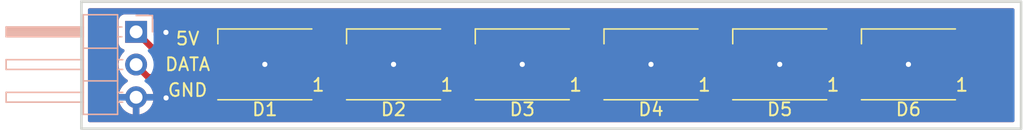
<source format=kicad_pcb>
(kicad_pcb (version 20211014) (generator pcbnew)
  (layers (0 "F.Cu" signal) (31 "B.Cu" signal) (34 "B.Paste" user) (35 "F.Paste" user) (36 "B.SilkS" user "B.Silkscreen") (37 "F.SilkS" user "F.Silkscreen") (38 "B.Mask" user) (39 "F.Mask" user) (44 "Edge.Cuts" user))
  (net 0 "")
  (net 1 "+5V")
  (net 2 "Net-(D1-Pad2)")
  (net 3 "GND")
  (net 4 "Net-(D1-Pad4)")
  (net 5 "Net-(D2-Pad2)")
  (net 6 "Net-(D3-Pad2)")
  (net 7 "Net-(D4-Pad2)")
  (net 8 "Net-(D5-Pad2)")
  (footprint "LED_SMD:LED_WS2812B_PLCC4_5.0x5.0mm_P3.2mm" (layer "F.Cu") (at 66 29 180)
    (fp_text reference "D3" (at 0 -3.5) (layer "F.SilkS"))
    (fp_text value "WS2812B")
    (fp_text user "1" (at -4.15 -1.6) (layer "F.SilkS"))
    (fp_line (start -3.65 2.75) (end 3.65 2.75) (layer "F.SilkS") (width 0.12))
    (fp_line (start -3.65 -2.75) (end 3.65 -2.75) (layer "F.SilkS") (width 0.12))
    (fp_line (start 3.65 2.75) (end 3.65 1.6) (layer "F.SilkS") (width 0.12))
    (pad "1" smd rect (at -2.45 -1.6 180) (size 1.5 1) (layers "F.Cu" "F.Paste" "F.Mask") (net 1 "+5V"))
    (pad "2" smd rect (at -2.45 1.6 180) (size 1.5 1) (layers "F.Cu" "F.Paste" "F.Mask") (net 6 "Net-(D3-Pad2)"))
    (pad "3" smd rect (at 2.45 1.6 180) (size 1.5 1) (layers "F.Cu" "F.Paste" "F.Mask") (net 3 "GND"))
    (pad "4" smd rect (at 2.45 -1.6 180) (size 1.5 1) (layers "F.Cu" "F.Paste" "F.Mask") (net 5 "Net-(D2-Pad2)"))
  )
  (footprint "LED_SMD:LED_WS2812B_PLCC4_5.0x5.0mm_P3.2mm" (layer "F.Cu") (at 76 29 180)
    (fp_text reference "D4" (at 0 -3.5) (layer "F.SilkS"))
    (fp_text value "WS2812B")
    (fp_text user "1" (at -4.15 -1.6) (layer "F.SilkS"))
    (fp_line (start -3.65 2.75) (end 3.65 2.75) (layer "F.SilkS") (width 0.12))
    (fp_line (start -3.65 -2.75) (end 3.65 -2.75) (layer "F.SilkS") (width 0.12))
    (fp_line (start 3.65 2.75) (end 3.65 1.6) (layer "F.SilkS") (width 0.12))
    (pad "1" smd rect (at -2.45 -1.6 180) (size 1.5 1) (layers "F.Cu" "F.Paste" "F.Mask") (net 1 "+5V"))
    (pad "2" smd rect (at -2.45 1.6 180) (size 1.5 1) (layers "F.Cu" "F.Paste" "F.Mask") (net 7 "Net-(D4-Pad2)"))
    (pad "3" smd rect (at 2.45 1.6 180) (size 1.5 1) (layers "F.Cu" "F.Paste" "F.Mask") (net 3 "GND"))
    (pad "4" smd rect (at 2.45 -1.6 180) (size 1.5 1) (layers "F.Cu" "F.Paste" "F.Mask") (net 6 "Net-(D3-Pad2)"))
  )
  (footprint "LED_SMD:LED_WS2812B_PLCC4_5.0x5.0mm_P3.2mm" (layer "F.Cu") (at 56 29 180)
    (fp_text reference "D2" (at 0 -3.5) (layer "F.SilkS"))
    (fp_text value "WS2812B")
    (fp_text user "1" (at -4.15 -1.6) (layer "F.SilkS"))
    (fp_line (start -3.65 -2.75) (end 3.65 -2.75) (layer "F.SilkS") (width 0.12))
    (fp_line (start -3.65 2.75) (end 3.65 2.75) (layer "F.SilkS") (width 0.12))
    (fp_line (start 3.65 2.75) (end 3.65 1.6) (layer "F.SilkS") (width 0.12))
    (pad "1" smd rect (at -2.45 -1.6 180) (size 1.5 1) (layers "F.Cu" "F.Paste" "F.Mask") (net 1 "+5V"))
    (pad "2" smd rect (at -2.45 1.6 180) (size 1.5 1) (layers "F.Cu" "F.Paste" "F.Mask") (net 5 "Net-(D2-Pad2)"))
    (pad "3" smd rect (at 2.45 1.6 180) (size 1.5 1) (layers "F.Cu" "F.Paste" "F.Mask") (net 3 "GND"))
    (pad "4" smd rect (at 2.45 -1.6 180) (size 1.5 1) (layers "F.Cu" "F.Paste" "F.Mask") (net 2 "Net-(D1-Pad2)"))
  )
  (footprint "LED_SMD:LED_WS2812B_PLCC4_5.0x5.0mm_P3.2mm" (layer "F.Cu") (at 46 29 180)
    (fp_text reference "D1" (at 0 -3.5) (layer "F.SilkS"))
    (fp_text value "WS2812B")
    (fp_text user "1" (at -4.15 -1.6) (layer "F.SilkS"))
    (fp_line (start 3.65 2.75) (end 3.65 1.6) (layer "F.SilkS") (width 0.12))
    (fp_line (start -3.65 2.75) (end 3.65 2.75) (layer "F.SilkS") (width 0.12))
    (fp_line (start -3.65 -2.75) (end 3.65 -2.75) (layer "F.SilkS") (width 0.12))
    (pad "1" smd rect (at -2.45 -1.6 180) (size 1.5 1) (layers "F.Cu" "F.Paste" "F.Mask") (net 1 "+5V"))
    (pad "2" smd rect (at -2.45 1.6 180) (size 1.5 1) (layers "F.Cu" "F.Paste" "F.Mask") (net 2 "Net-(D1-Pad2)"))
    (pad "3" smd rect (at 2.45 1.6 180) (size 1.5 1) (layers "F.Cu" "F.Paste" "F.Mask") (net 3 "GND"))
    (pad "4" smd rect (at 2.45 -1.6 180) (size 1.5 1) (layers "F.Cu" "F.Paste" "F.Mask") (net 4 "Net-(D1-Pad4)"))
  )
  (footprint "LED_SMD:LED_WS2812B_PLCC4_5.0x5.0mm_P3.2mm" (layer "F.Cu") (at 86 29 180)
    (fp_text reference "D5" (at 0 -3.5) (layer "F.SilkS"))
    (fp_text value "WS2812B")
    (fp_text user "1" (at -4.15 -1.6) (layer "F.SilkS"))
    (fp_line (start 3.65 2.75) (end 3.65 1.6) (layer "F.SilkS") (width 0.12))
    (fp_line (start -3.65 2.75) (end 3.65 2.75) (layer "F.SilkS") (width 0.12))
    (fp_line (start -3.65 -2.75) (end 3.65 -2.75) (layer "F.SilkS") (width 0.12))
    (pad "1" smd rect (at -2.45 -1.6 180) (size 1.5 1) (layers "F.Cu" "F.Paste" "F.Mask") (net 1 "+5V"))
    (pad "2" smd rect (at -2.45 1.6 180) (size 1.5 1) (layers "F.Cu" "F.Paste" "F.Mask") (net 8 "Net-(D5-Pad2)"))
    (pad "3" smd rect (at 2.45 1.6 180) (size 1.5 1) (layers "F.Cu" "F.Paste" "F.Mask") (net 3 "GND"))
    (pad "4" smd rect (at 2.45 -1.6 180) (size 1.5 1) (layers "F.Cu" "F.Paste" "F.Mask") (net 7 "Net-(D4-Pad2)"))
  )
  (footprint "LED_SMD:LED_WS2812B_PLCC4_5.0x5.0mm_P3.2mm" (layer "F.Cu") (at 96 29 180)
    (fp_text reference "D6" (at 0 -3.5) (layer "F.SilkS"))
    (fp_text value "WS2812B")
    (fp_text user "1" (at -4.15 -1.6) (layer "F.SilkS"))
    (fp_line (start 3.65 2.75) (end 3.65 1.6) (layer "F.SilkS") (width 0.12))
    (fp_line (start -3.65 2.75) (end 3.65 2.75) (layer "F.SilkS") (width 0.12))
    (fp_line (start -3.65 -2.75) (end 3.65 -2.75) (layer "F.SilkS") (width 0.12))
    (pad "1" smd rect (at -2.45 -1.6 180) (size 1.5 1) (layers "F.Cu" "F.Paste" "F.Mask") (net 1 "+5V"))
    (pad "2" smd rect (at -2.45 1.6 180) (size 1.5 1) (layers "F.Cu" "F.Paste" "F.Mask"))
    (pad "3" smd rect (at 2.45 1.6 180) (size 1.5 1) (layers "F.Cu" "F.Paste" "F.Mask") (net 3 "GND"))
    (pad "4" smd rect (at 2.45 -1.6 180) (size 1.5 1) (layers "F.Cu" "F.Paste" "F.Mask") (net 8 "Net-(D5-Pad2)"))
  )
  (footprint "Connector_PinHeader_2.54mm:PinHeader_1x03_P2.54mm_Horizontal" (layer "B.Cu") (at 36.000576 26.475 180)
    (fp_text reference "J1" hide)
    (fp_text value "Conn_01x03_Male" hide)
    (fp_line (start 4.1 -0.04) (end 10.1 -0.04) (layer "B.SilkS") (width 0.12))
    (fp_line (start 4.1 -2.16) (end 10.1 -2.16) (layer "B.SilkS") (width 0.12))
    (fp_line (start 4.1 1.33) (end 1.44 1.33) (layer "B.SilkS") (width 0.12))
    (fp_line (start 1.042929 -2.92) (end 1.44 -2.92) (layer "B.SilkS") (width 0.12))
    (fp_line (start 1.042929 -2.16) (end 1.44 -2.16) (layer "B.SilkS") (width 0.12))
    (fp_line (start 4.1 -0.28) (end 10.1 -0.28) (layer "B.SilkS") (width 0.12))
    (fp_line (start 4.1 0.08) (end 10.1 0.08) (layer "B.SilkS") (width 0.12))
    (fp_line (start -1.27 1.27) (end 0 1.27) (layer "B.SilkS") (width 0.12))
    (fp_line (start 1.44 -6.41) (end 4.1 -6.41) (layer "B.SilkS") (width 0.12))
    (fp_line (start 4.1 0.2) (end 10.1 0.2) (layer "B.SilkS") (width 0.12))
    (fp_line (start 1.44 1.33) (end 1.44 -6.41) (layer "B.SilkS") (width 0.12))
    (fp_line (start 4.1 -0.16) (end 10.1 -0.16) (layer "B.SilkS") (width 0.12))
    (fp_line (start 4.1 -4.7) (end 10.1 -4.7) (layer "B.SilkS") (width 0.12))
    (fp_line (start 1.042929 -5.46) (end 1.44 -5.46) (layer "B.SilkS") (width 0.12))
    (fp_line (start 1.44 -1.27) (end 4.1 -1.27) (layer "B.SilkS") (width 0.12))
    (fp_line (start 10.1 -2.92) (end 4.1 -2.92) (layer "B.SilkS") (width 0.12))
    (fp_line (start 1.042929 -4.7) (end 1.44 -4.7) (layer "B.SilkS") (width 0.12))
    (fp_line (start -1.27 0) (end -1.27 1.27) (layer "B.SilkS") (width 0.12))
    (fp_line (start 10.1 -0.38) (end 4.1 -0.38) (layer "B.SilkS") (width 0.12))
    (fp_line (start 4.1 0.38) (end 10.1 0.38) (layer "B.SilkS") (width 0.12))
    (fp_line (start 1.11 -0.38) (end 1.44 -0.38) (layer "B.SilkS") (width 0.12))
    (fp_line (start 4.1 -6.41) (end 4.1 1.33) (layer "B.SilkS") (width 0.12))
    (fp_line (start 1.44 -3.81) (end 4.1 -3.81) (layer "B.SilkS") (width 0.12))
    (fp_line (start 10.1 -2.16) (end 10.1 -2.92) (layer "B.SilkS") (width 0.12))
    (fp_line (start 10.1 0.38) (end 10.1 -0.38) (layer "B.SilkS") (width 0.12))
    (fp_line (start 10.1 -5.46) (end 4.1 -5.46) (layer "B.SilkS") (width 0.12))
    (fp_line (start 10.1 -4.7) (end 10.1 -5.46) (layer "B.SilkS") (width 0.12))
    (fp_line (start 4.1 0.32) (end 10.1 0.32) (layer "B.SilkS") (width 0.12))
    (fp_line (start 1.11 0.38) (end 1.44 0.38) (layer "B.SilkS") (width 0.12))
    (pad "1" thru_hole rect (at 0 0 180) (size 1.7 1.7) (drill 1) (layers *.Cu *.Mask) (net 1 "+5V"))
    (pad "2" thru_hole oval (at 0 -2.54 180) (size 1.7 1.7) (drill 1) (layers *.Cu *.Mask) (net 4 "Net-(D1-Pad4)"))
    (pad "3" thru_hole oval (at 0 -5.08 180) (size 1.7 1.7) (drill 1) (layers *.Cu *.Mask) (net 3 "GND"))
  )
  (gr_rect (start 31.75 34) (end 104.75 24.13) (layer "Edge.Cuts") (width 0.2) (fill none))
  (gr_text "DATA" (at 40 29) (layer "F.SilkS") (effects (font (size 1 1))))
  (gr_text "GND" (at 40 31) (layer "F.SilkS") (effects (font (size 1 1))))
  (gr_text "5V" (at 40 27) (layer "F.SilkS") (effects (font (size 1 1))))
  (segment (start 48.45 30.6) (end 45.6 30.6) (width 0.5) (layer "F.Cu") (net 1))
  (segment (start 98.45 30.6) (end 97.500489 31.549511) (width 0.5) (layer "F.Cu") (net 1))
  (segment (start 77.500489 31.549511) (end 69.399511 31.549511) (width 0.5) (layer "F.Cu") (net 1))
  (segment (start 78.45 30.6) (end 77.500489 31.549511) (width 0.5) (layer "F.Cu") (net 1))
  (segment (start 58.45 30.6) (end 57.500489 31.549511) (width 0.5) (layer "F.Cu") (net 1))
  (segment (start 59.399511 31.549511) (end 58.45 30.6) (width 0.5) (layer "F.Cu") (net 1))
  (segment (start 44 29) (end 38.525576 29) (width 0.5) (layer "F.Cu") (net 1))
  (segment (start 49.399511 31.549511) (end 48.45 30.6) (width 0.5) (layer "F.Cu") (net 1))
  (segment (start 88.45 30.6) (end 87.500489 31.549511) (width 0.5) (layer "F.Cu") (net 1))
  (segment (start 87.500489 31.549511) (end 79.399511 31.549511) (width 0.5) (layer "F.Cu") (net 1))
  (segment (start 69.399511 31.549511) (end 68.45 30.6) (width 0.5) (layer "F.Cu") (net 1))
  (segment (start 67.500489 31.549511) (end 59.399511 31.549511) (width 0.5) (layer "F.Cu") (net 1))
  (segment (start 57.500489 31.549511) (end 49.399511 31.549511) (width 0.5) (layer "F.Cu") (net 1))
  (segment (start 97.500489 31.549511) (end 89.399511 31.549511) (width 0.5) (layer "F.Cu") (net 1))
  (segment (start 68.45 30.6) (end 67.500489 31.549511) (width 0.5) (layer "F.Cu") (net 1))
  (segment (start 45.6 30.6) (end 44 29) (width 0.5) (layer "F.Cu") (net 1))
  (segment (start 89.399511 31.549511) (end 88.45 30.6) (width 0.5) (layer "F.Cu") (net 1))
  (segment (start 38.525576 29) (end 36.000576 26.475) (width 0.5) (layer "F.Cu") (net 1))
  (segment (start 79.399511 31.549511) (end 78.45 30.6) (width 0.5) (layer "F.Cu") (net 1))
  (segment (start 48.45 27.4) (end 50.35 27.4) (width 0.5) (layer "F.Cu") (net 2))
  (segment (start 50.35 27.4) (end 53.55 30.6) (width 0.5) (layer "F.Cu") (net 2))
  (via (at 56 29) (size 0.8) (drill 0.4) (layers "F.Cu" "B.Cu") (net 3))
  (via (at 38.316623 26.517144) (size 0.8) (drill 0.4) (layers "F.Cu" "B.Cu") (net 3))
  (via (at 86 29) (size 0.8) (drill 0.4) (layers "F.Cu" "B.Cu") (net 3))
  (via (at 38.32835 31.606569) (size 0.8) (drill 0.4) (layers "F.Cu" "B.Cu") (net 3))
  (via (at 66 29) (size 0.8) (drill 0.4) (layers "F.Cu" "B.Cu") (net 3))
  (via (at 76 29) (size 0.8) (drill 0.4) (layers "F.Cu" "B.Cu") (net 3))
  (via (at 46 29) (size 0.8) (drill 0.4) (layers "F.Cu" "B.Cu") (net 3))
  (via (at 96 29) (size 0.8) (drill 0.4) (layers "F.Cu" "B.Cu") (net 3))
  (segment (start 36.940807 30) (end 42.95 30) (width 0.5) (layer "F.Cu") (net 4))
  (segment (start 36.000576 29.059769) (end 36.940807 30) (width 0.5) (layer "F.Cu") (net 4))
  (segment (start 42.95 30) (end 43.55 30.6) (width 0.5) (layer "F.Cu") (net 4))
  (segment (start 60.35 27.4) (end 63.55 30.6) (width 0.5) (layer "F.Cu") (net 5))
  (segment (start 58.45 27.4) (end 60.35 27.4) (width 0.5) (layer "F.Cu") (net 5))
  (segment (start 68.45 27.4) (end 70.35 27.4) (width 0.5) (layer "F.Cu") (net 6))
  (segment (start 70.35 27.4) (end 73.55 30.6) (width 0.5) (layer "F.Cu") (net 6))
  (segment (start 78.45 27.4) (end 80.35 27.4) (width 0.5) (layer "F.Cu") (net 7))
  (segment (start 80.35 27.4) (end 83.55 30.6) (width 0.5) (layer "F.Cu") (net 7))
  (segment (start 90.35 27.4) (end 93.55 30.6) (width 0.5) (layer "F.Cu") (net 8))
  (segment (start 88.45 27.4) (end 90.35 27.4) (width 0.5) (layer "F.Cu") (net 8))
  (zone (net 3) (net_name "GND") (layers F&B.Cu) (connect_pads (clearance 0.508)) (min_thickness 0.254) (fill yes (thermal_gap 0.508) (thermal_bridge_width 0.508))
    (polygon (pts (xy 105 34) (xy 31.625576 34) (xy 32 24) (xy 105 24)))
  )
)
</source>
